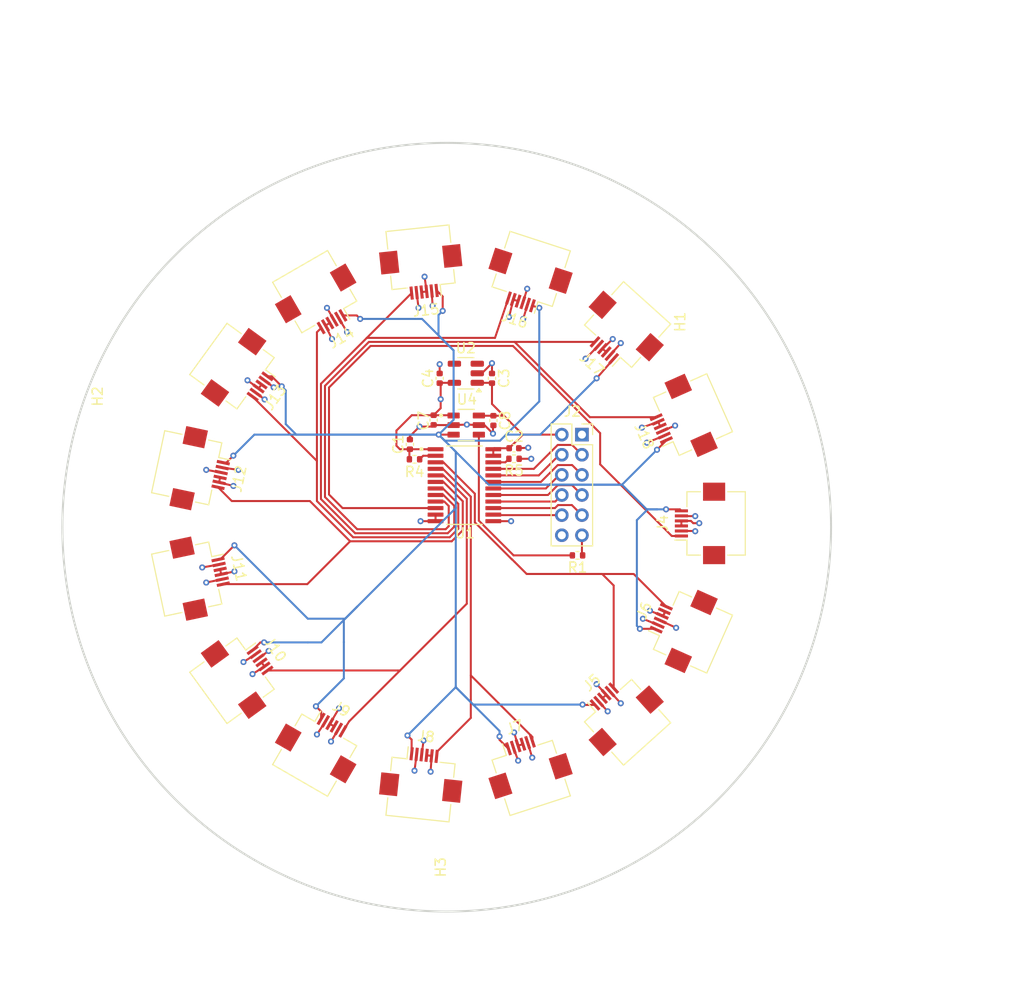
<source format=kicad_pcb>
(kicad_pcb (version 20240108) (generator "pcbnew") (generator_version "8.0")
  (layers (0 "F.Cu" mixed) (1 "In1.Cu" power) (2 "In2.Cu" power) (31 "B.Cu" mixed) (34 "B.Paste" user) (35 "F.Paste" user) (36 "B.SilkS" user "B.Silkscreen") (37 "F.SilkS" user "F.Silkscreen") (38 "B.Mask" user) (39 "F.Mask" user) (44 "Edge.Cuts" user))
  (net 0 "")
  (net 1 "PDM_CLK_1V8")
  (net 2 "VCCA")
  (net 3 "PDM_DATA3_1V8")
  (net 4 "GND")
  (net 5 "PDM_DATA4_1V8")
  (net 6 "PDM_DATA0_1V8")
  (net 7 "PDM_DATA1_1V8")
  (net 8 "PDM_DATA2_1V8")
  (net 9 "PDM_DATA5_1V8")
  (net 10 "PDM_DATA6_1V8")
  (net 11 "PDM_DATA7_1V8")
  (net 12 "PDM_DATA4")
  (net 13 "Net-(J2-Pin_11)")
  (net 14 "PDM_DATA7")
  (net 16 "PDM_DATA3")
  (net 17 "PDM_DATA0")
  (net 18 "PDM_DATA6")
  (net 19 "PDM_DATA5")
  (net 20 "PDM_DATA2")
  (net 21 "VCCB")
  (net 22 "PDM_DATA1")
  (net 23 "PDM_CLK_0IN")
  (net 24 "Net-(U1-DIR)")
  (net 25 "Net-(U1-~{OE})")
  (footprint "Package_TO_SOT_SMD:SOT-23-5" (layer "F.Cu") (at 136.9 64.7 180)
    (property "Reference" "U2")
    (property "Value" "LP5907MFX-1.8")
  )
  (footprint "MountingHole:MountingHole_3.2mm_M3" (layer "F.Cu") (at 162.3 59.6 90)
    (property "Reference" "H1")
    (property "Value" "MountingHole")
  )
  (footprint "Connector_FFC-FPC:Hirose_FH12-6S-0.5SH_1x06-1MP_P0.50mm_Horizontal" (layer "F.Cu") (at 110.722167 74.425423 -102)
    (property "Reference" "J12")
    (property "Value" "Conn_01x06_Socket")
  )
  (footprint "Connector_PinSocket_2.00mm:PinSocket_2x06_P2.00mm_Vertical" (layer "F.Cu") (at 148.44 70.8)
    (property "Reference" "J2")
    (property "Value" "MCH-J3")
  )
  (footprint "Connector_FFC-FPC:Hirose_FH12-6S-0.5SH_1x06-1MP_P0.50mm_Horizontal" (layer "F.Cu") (at 114.950433 94.317847 -54)
    (property "Reference" "J10")
    (property "Value" "Conn_01x06_Socket")
  )
  (footprint "Capacitor_SMD:C_0402_1005Metric" (layer "F.Cu") (at 134.3 65.2 90)
    (property "Reference" "C4")
    (property "Value" "1µF")
  )
  (footprint "MountingHole:MountingHole_3.2mm_M3" (layer "F.Cu") (at 104.3 65.2 90)
    (property "Reference" "H2")
    (property "Value" "MountingHole")
  )
  (footprint "SN74AVCH1T45DBVR:SOT95P280X145-6N" (layer "F.Cu") (at 136.94 69.85)
    (property "Reference" "U4")
    (property "Value" "SN74AVCH1T45DBVR")
  )
  (footprint "SN74LVC8T245PW:SOP65P640X120-24N" (layer "F.Cu") (at 136.76 75.825)
    (property "Reference" "U1")
    (property "Value" "SN74LVC8T245PW")
  )
  (footprint "Connector_FFC-FPC:Hirose_FH12-6S-0.5SH_1x06-1MP_P0.50mm_Horizontal" (layer "F.Cu") (at 122.675857 57.97258 -150)
    (property "Reference" "J14")
    (property "Value" "Conn_01x06_Socket")
  )
  (footprint "Connector_FFC-FPC:Hirose_FH12-6S-0.5SH_1x06-1MP_P0.50mm_Horizontal" (layer "F.Cu") (at 110.722167 84.821008 -78)
    (property "Reference" "J11")
    (property "Value" "Conn_01x06_Socket")
  )
  (footprint "Connector_FFC-FPC:Hirose_FH12-6S-0.5SH_1x06-1MP_P0.50mm_Horizontal" (layer "F.Cu") (at 142.901282 103.399628 18)
    (property "Reference" "J7")
    (property "Value" "Conn_01x06_Socket")
  )
  (footprint "Connector_FFC-FPC:Hirose_FH12-6S-0.5SH_1x06-1MP_P0.50mm_Horizontal" (layer "F.Cu") (at 114.950433 64.928584 -126)
    (property "Reference" "J13")
    (property "Value" "Conn_01x06_Socket")
  )
  (footprint "Connector_FFC-FPC:Hirose_FH12-6S-0.5SH_1x06-1MP_P0.50mm_Horizontal" (layer "F.Cu") (at 160.175857 79.623216 90)
    (property "Reference" "J4")
    (property "Value" "Conn_01x06_Socket")
  )
  (footprint "Connector_FFC-FPC:Hirose_FH12-6S-0.5SH_1x06-1MP_P0.50mm_Horizontal" (layer "F.Cu") (at 122.675858 101.273851 -30)
    (property "Reference" "J9")
    (property "Value" "Conn_01x06_Socket")
  )
  (footprint "Resistor_SMD:R_0402_1005Metric" (layer "F.Cu") (at 131.8 73.25)
    (property "Reference" "R4")
    (property "Value" "2K")
  )
  (footprint "Connector_FFC-FPC:Hirose_FH12-6S-0.5SH_1x06-1MP_P0.50mm_Horizontal" (layer "F.Cu") (at 158.014494 89.791632 66)
    (property "Reference" "J6")
    (property "Value" "Conn_01x06_Socket")
  )
  (footprint "Connector_FFC-FPC:Hirose_FH12-6S-0.5SH_1x06-1MP_P0.50mm_Horizontal" (layer "F.Cu") (at 151.904123 61.044595 138)
    (property "Reference" "J17")
    (property "Value" "Conn_01x06_Socket")
  )
  (footprint "Capacitor_SMD:C_0402_1005Metric" (layer "F.Cu") (at 131.34 71.77 90)
    (property "Reference" "C1")
    (property "Value" "1µF")
  )
  (footprint "Connector_FFC-FPC:Hirose_FH12-6S-0.5SH_1x06-1MP_P0.50mm_Horizontal" (layer "F.Cu") (at 142.901282 55.846803 162)
    (property "Reference" "J16")
    (property "Value" "Conn_01x06_Socket")
  )
  (footprint "Resistor_SMD:R_0402_1005Metric" (layer "F.Cu") (at 141.69 73.2 180)
    (property "Reference" "R5")
    (property "Value" "2K")
  )
  (footprint "Connector_FFC-FPC:Hirose_FH12-6S-0.5SH_1x06-1MP_P0.50mm_Horizontal" (layer "F.Cu") (at 132.562646 104.486263 -6)
    (property "Reference" "J8")
    (property "Value" "Conn_01x06_Socket")
  )
  (footprint "Capacitor_SMD:C_0402_1005Metric" (layer "F.Cu") (at 133.7 69.35 -90)
    (property "Reference" "C7")
    (property "Value" "1µF")
  )
  (footprint "Connector_FFC-FPC:Hirose_FH12-6S-0.5SH_1x06-1MP_P0.50mm_Horizontal" (layer "F.Cu") (at 158.014494 69.454799 114)
    (property "Reference" "J18")
    (property "Value" "Conn_01x06_Socket")
  )
  (footprint "Connector_FFC-FPC:Hirose_FH12-6S-0.5SH_1x06-1MP_P0.50mm_Horizontal" (layer "F.Cu") (at 151.904123 98.201836 42)
    (property "Reference" "J5")
    (property "Value" "Conn_01x06_Socket")
  )
  (footprint "Connector_FFC-FPC:Hirose_FH12-6S-0.5SH_1x06-1MP_P0.50mm_Horizontal" (layer "F.Cu") (at 132.562646 54.760168 -174)
    (property "Reference" "J15")
    (property "Value" "Conn_01x06_Socket")
  )
  (footprint "Capacitor_SMD:C_0402_1005Metric" (layer "F.Cu") (at 141.69 72.15)
    (property "Reference" "C2")
    (property "Value" "1µF")
  )
  (footprint "MountingHole:MountingHole_3.2mm_M3" (layer "F.Cu") (at 138.6 113.8 90)
    (property "Reference" "H3")
    (property "Value" "MountingHole")
  )
  (footprint "Capacitor_SMD:C_0402_1005Metric" (layer "F.Cu") (at 139.64 69.4 -90)
    (property "Reference" "C8")
    (property "Value" "1µF")
  )
  (footprint "Capacitor_SMD:C_0402_1005Metric" (layer "F.Cu") (at 139.5 65.2 90)
    (property "Reference" "C3")
    (property "Value" "1µF")
  )
  (footprint "Resistor_SMD:R_0402_1005Metric" (layer "F.Cu") (at 148 82.8)
    (property "Reference" "R1")
    (property "Value" "33")
  )
  (gr_circle (center 135 80) (end 173.2 80.1) (stroke (width 0.2)) (fill none) (layer "Edge.Cuts"))
  (segment (start 116.481556 91.45) (end 116.85 91.45) (width 0.2) (layer "F.Cu") (net 1))
  (segment (start 135.685 70.8) (end 134.2 70.8) (width 0.2) (layer "F.Cu") (net 1))
  (segment (start 112.486313 83.213687) (end 112.27185 83.213687) (width 0.2) (layer "F.Cu") (net 1))
  (segment (start 126.4 59.297503) (end 126.052224 58.949727) (width 0.2) (layer "F.Cu") (net 1))
  (segment (start 143.518421 57.992529) (end 144.2 58.2) (width 0.2) (layer "F.Cu") (net 1))
  (segment (start 151.595162 63.255826) (end 149.9 65.2) (width 0.2) (layer "F.Cu") (net 1))
  (segment (start 158.175855 78.223214) (end 158.325857 78.373216) (width 0.2) (layer "F.Cu") (net 1))
  (segment (start 113.9 81.8) (end 112.486313 83.213687) (width 0.2) (layer "F.Cu") (net 1))
  (segment (start 154.2 90.1) (end 155.734913 90.1) (width 0.2) (layer "F.Cu") (net 1))
  (segment (start 134.6 57.070197) (end 133.999176 56.469373) (width 0.2) (layer "F.Cu") (net 1))
  (segment (start 140.25 101.135665) (end 140.25 100.8) (width 0.2) (layer "F.Cu") (net 1))
  (segment (start 148.5 97.630133) (end 148.533298 97.663431) (width 0.2) (layer "F.Cu") (net 1))
  (segment (start 141.14078 102.026445) (end 140.25 101.135665) (width 0.2) (layer "F.Cu") (net 1))
  (segment (start 113.094967 73.587375) (end 112.79163 73.587375) (width 0.2) (layer "F.Cu") (net 1))
  (segment (start 113.791171 72.891171) (end 113.094967 73.587375) (width 0.2) (layer "F.Cu") (net 1))
  (segment (start 156.832856 71.368652) (end 156.832856 71.349194) (width 0.2) (layer "F.Cu") (net 1))
  (segment (start 117.604715 65.004715) (end 117.181846 65.004715) (width 0.2) (layer "F.Cu") (net 1))
  (segment (start 156.8 78.223214) (end 158.175855 78.223214) (width 0.2) (layer "F.Cu") (net 1))
  (segment (start 118.6 66) (end 117.604715 65.004715) (width 0.2) (layer "F.Cu") (net 1))
  (segment (start 155.734913 90.1) (end 155.816014 90.181101) (width 0.2) (layer "F.Cu") (net 1))
  (segment (start 131.512871 101.112871) (end 131.512871 102.515737) (width 0.2) (layer "F.Cu") (net 1))
  (segment (start 115.712383 92.219173) (end 116.481556 91.45) (width 0.2) (layer "F.Cu") (net 1))
  (segment (start 148.533298 97.663431) (end 149.7373 97.663431) (width 0.2) (layer "F.Cu") (net 1))
  (segment (start 131.1 100.7) (end 131.512871 101.112871) (width 0.2) (layer "F.Cu") (net 1))
  (segment (start 126.052224 58.949727) (end 124.683389 58.949727) (width 0.2) (layer "F.Cu") (net 1))
  (segment (start 134.6 58.5) (end 134.6 57.070197) (width 0.2) (layer "F.Cu") (net 1))
  (segment (start 155.900754 72.300754) (end 156.832856 71.368652) (width 0.2) (layer "F.Cu") (net 1))
  (segment (start 122.518326 98.318326) (end 122.518326 99.046704) (width 0.2) (layer "F.Cu") (net 1))
  (segment (start 122 97.8) (end 122.518326 98.318326) (width 0.2) (layer "F.Cu") (net 1))
  (via (at 126.4 59.297503) (size 0.6) (drill 0.3) (layers "F.Cu" "B.Cu") (net 1))
  (via (at 148.5 97.630133) (size 0.6) (drill 0.3) (layers "F.Cu" "B.Cu") (net 1))
  (via (at 116.85 91.45) (size 0.6) (drill 0.3) (layers "F.Cu" "B.Cu") (net 1))
  (via (at 134.6 58.5) (size 0.6) (drill 0.3) (layers "F.Cu" "B.Cu") (net 1))
  (via (at 144.2 58.2) (size 0.6) (drill 0.3) (layers "F.Cu" "B.Cu") (net 1))
  (via (at 156.8 78.223214) (size 0.6) (drill 0.3) (layers "F.Cu" "B.Cu") (net 1))
  (via (at 122 97.8) (size 0.6) (drill 0.3) (layers "F.Cu" "B.Cu") (net 1))
  (via (at 113.791171 72.891171) (size 0.6) (drill 0.3) (layers "F.Cu" "B.Cu") (net 1))
  (via (at 113.9 81.8) (size 0.6) (drill 0.3) (layers "F.Cu" "B.Cu") (net 1))
  (via (at 134.2 70.8) (size 0.6) (drill 0.3) (layers "F.Cu" "B.Cu") (net 1))
  (via (at 118.6 66) (size 0.6) (drill 0.3) (layers "F.Cu" "B.Cu") (net 1))
  (via (at 131.1 100.7) (size 0.6) (drill 0.3) (layers "F.Cu" "B.Cu") (net 1))
  (via (at 140.25 100.8) (size 0.6) (drill 0.3) (layers "F.Cu" "B.Cu") (net 1))
  (via (at 149.9 65.2) (size 0.6) (drill 0.3) (layers "F.Cu" "B.Cu") (net 1))
  (via (at 155.900754 72.300754) (size 0.6) (drill 0.3) (layers "F.Cu" "B.Cu") (net 1))
  (via (at 154.2 90.1) (size 0.6) (drill 0.3) (layers "F.Cu" "B.Cu") (net 1))
  (segment (start 135.685 69.315) (end 135.685 66.134612) (width 0.2) (layer "B.Cu") (net 1))
  (segment (start 136 96) (end 140.25 100.25) (width 0.2) (layer "B.Cu") (net 1))
  (segment (start 156.8 78.223214) (end 155.923214 78.223214) (width 0.2) (layer "B.Cu") (net 1))
  (segment (start 144.3 70.8) (end 149.9 65.2) (width 0.2) (layer "B.Cu") (net 1))
  (segment (start 155.923214 78.223214) (end 154.873214 78.223214) (width 0.2) (layer "B.Cu") (net 1))
  (segment (start 154.2 90.1) (end 153.9 89.8) (width 0.2) (layer "B.Cu") (net 1))
  (segment (start 132.547503 59.297503) (end 135.685 62.435) (width 0.2) (layer "B.Cu") (net 1))
  (segment (start 153.9 79.296428) (end 154.973214 78.223214) (width 0.2) (layer "B.Cu") (net 1))
  (segment (start 135.9 95.9) (end 135.9 95.8) (width 0.2) (layer "B.Cu") (net 1))
  (segment (start 119 69.75) (end 119 66.4) (width 0.2) (layer "B.Cu") (net 1))
  (segment (start 124.775 91.425) (end 124.775 89.225) (width 0.2) (layer "B.Cu") (net 1))
  (segment (start 134.6 58.5) (end 134.183827 58.916173) (width 0.2) (layer "B.Cu") (net 1))
  (segment (start 144.2 67.5) (end 140.9 70.8) (width 0.2) (layer "B.Cu") (net 1))
  (segment (start 134.2 70.8) (end 135.685 69.315) (width 0.2) (layer "B.Cu") (net 1))
  (segment (start 152.425 75.775) (end 140.66 75.775) (width 0.2) (layer "B.Cu") (net 1))
  (segment (start 134.8 71.4) (end 140.3 71.4) (width 0.2) (layer "B.Cu") (net 1))
  (segment (start 115.882342 70.8) (end 113.791171 72.891171) (width 0.2) (layer "B.Cu") (net 1))
  (segment (start 121.193268 91.45) (end 116.85 91.45) (width 0.2) (layer "B.Cu") (net 1))
  (segment (start 152.426508 75.775) (end 140.66 75.775) (width 0.2) (layer "B.Cu") (net 1))
  (segment (start 120.05 70.8) (end 119 69.75) (width 0.2) (layer "B.Cu") (net 1))
  (segment (start 135.685 66.134612) (end 135.685 66.15) (width 0.2) (layer "B.Cu") (net 1))
  (segment (start 139.175 75.775) (end 135.685 72.285) (width 0.2) (layer "B.Cu") (net 1))
  (segment (start 126.4 59.297503) (end 132.547503 59.297503) (width 0.2) (layer "B.Cu") (net 1))
  (segment (start 135.9 95.9) (end 136 96) (width 0.2) (layer "B.Cu") (net 1))
  (segment (start 154.973214 78.223214) (end 155.923214 78.223214) (width 0.2) (layer "B.Cu") (net 1))
  (segment (start 134.183827 60.933827) (end 135.685 62.435) (width 0.2) (layer "B.Cu") (net 1))
  (segment (start 134.2 70.8) (end 134.8 71.4) (width 0.2) (layer "B.Cu") (net 1))
  (segment (start 135.9 72.5) (end 134.2 70.8) (width 0.2) (layer "B.Cu") (net 1))
  (segment (start 135.9 78) (end 135.9 72.5) (width 0.2) (layer "B.Cu") (net 1))
  (segment (start 124.775 95.025) (end 124.775 91.425) (width 0.2) (layer "B.Cu") (net 1))
  (segment (start 155.900754 72.300754) (end 152.426508 75.775) (width 0.2) (layer "B.Cu") (net 1))
  (segment (start 144.2 58.2) (end 144.2 67.5) (width 0.2) (layer "B.Cu") (net 1))
  (segment (start 140.9 70.8) (end 144.3 70.8) (width 0.2) (layer "B.Cu") (net 1))
  (segment (start 135.9 78.1) (end 135.9 78) (width 0.2) (layer "B.Cu") (net 1))
  (segment (start 135.9 78.1) (end 135.9 95.8) (width 0.2) (layer "B.Cu") (net 1))
  (segment (start 140.25 100.25) (end 140.25 100.8) (width 0.2) (layer "B.Cu") (net 1))
  (segment (start 126.1 87.9) (end 135.9 78.1) (width 0.2) (layer "B.Cu") (net 1))
  (segment (start 134.183827 58.916173) (end 134.183827 60.933827) (width 0.2) (layer "B.Cu") (net 1))
  (segment (start 121.193268 89.093268) (end 124.906732 89.093268) (width 0.2) (layer "B.Cu") (net 1))
  (segment (start 122 97.8) (end 124.775 95.025) (width 0.2) (layer "B.Cu") (net 1))
  (segment (start 131.1 100.7) (end 135.9 95.9) (width 0.2) (layer "B.Cu") (net 1))
  (segment (start 122.55 91.45) (end 124.775 89.225) (width 0.2) (layer "B.Cu") (net 1))
  (segment (start 135.685 69.315) (end 135.685 62.435) (width 0.2) (layer "B.Cu") (net 1))
  (segment (start 154.873214 78.223214) (end 152.425 75.775) (width 0.2) (layer "B.Cu") (net 1))
  (segment (start 134.2 70.8) (end 115.882342 70.8) (width 0.2) (layer "B.Cu") (net 1))
  (segment (start 134.2 70.8) (end 120.05 70.8) (width 0.2) (layer "B.Cu") (net 1))
  (segment (start 124.775 89.225) (end 126.1 87.9) (width 0.2) (layer "B.Cu") (net 1))
  (segment (start 140.3 71.4) (end 140.9 70.8) (width 0.2) (layer "B.Cu") (net 1))
  (segment (start 124.906732 89.093268) (end 126.1 87.9) (width 0.2) (layer "B.Cu") (net 1))
  (segment (start 153.9 89.8) (end 153.9 79.296428) (width 0.2) (layer "B.Cu") (net 1))
  (segment (start 119 66.4) (end 118.6 66) (width 0.2) (layer "B.Cu") (net 1))
  (segment (start 113.9 81.8) (end 121.193268 89.093268) (width 0.2) (layer "B.Cu") (net 1))
  (segment (start 137.630133 97.630133) (end 136 96) (width 0.2) (layer "B.Cu") (net 1))
  (segment (start 140.66 75.775) (end 139.175 75.775) (width 0.2) (layer "B.Cu") (net 1))
  (segment (start 121.193268 91.45) (end 122.55 91.45) (width 0.2) (layer "B.Cu") (net 1))
  (segment (start 148.5 97.630133) (end 137.630133 97.630133) (width 0.2) (layer "B.Cu") (net 1))
  (segment (start 142.567365 101.562919) (end 142.091835 101.717428) (width 0.2) (layer "F.Cu") (net 2))
  (segment (start 130 70.4) (end 130 71.9) (width 0.2) (layer "F.Cu") (net 2))
  (segment (start 123.384352 99.546704) (end 123.817364 99.796704) (width 0.2) (layer "F.Cu") (net 2))
  (segment (start 133.7 68.87) (end 134.4 68.17) (width 0.2) (layer "F.Cu") (net 2))
  (segment (start 123.384352 99.546704) (end 124.3 98) (width 0.2) (layer "F.Cu") (net 2))
  (segment (start 131.29 73.25) (end 131.29 72.3) (width 0.2) (layer "F.Cu") (net 2))
  (segment (start 159.273216 79.373216) (end 159.5 79.6) (width 0.2) (layer "F.Cu") (net 2))
  (segment (start 112.583718 84.680908) (end 113.9 84.4) (width 0.2) (layer "F.Cu") (net 2))
  (segment (start 159.5 79.6) (end 160.1 79.6) (width 0.2) (layer "F.Cu") (net 2))
  (segment (start 132.507393 56.626166) (end 133.004654 56.573901) (width 0.2) (layer "F.Cu") (net 2))
  (segment (start 131.29 72.3) (end 131.34 72.25) (width 0.2) (layer "F.Cu") (net 2))
  (segment (start 123.817363 59.449727) (end 123.1 58.2) (width 0.2) (layer "F.Cu") (net 2))
  (segment (start 135.655 68.87) (end 135.685 68.9) (width 0.2) (layer "F.Cu") (net 2))
  (segment (start 156.426119 70.435648) (end 157.7 69.9) (width 0.2) (layer "F.Cu") (net 2))
  (segment (start 130 71.9) (end 130.35 72.25) (width 0.2) (layer "F.Cu") (net 2))
  (segment (start 158.325857 79.373216) (end 159.273216 79.373216) (width 0.2) (layer "F.Cu") (net 2))
  (segment (start 131.53 68.87) (end 133.7 68.87) (width 0.2) (layer "F.Cu") (net 2))
  (segment (start 133.89 72.25) (end 131.34 72.25) (width 0.2) (layer "F.Cu") (net 2))
  (segment (start 135.7625 65.65) (end 134.33 65.65) (width 0.2) (layer "F.Cu") (net 2))
  (segment (start 134.4 68.17) (end 134.4 67.28) (width 0.2) (layer "F.Cu") (net 2))
  (segment (start 133.7 68.87) (end 135.655 68.87) (width 0.2) (layer "F.Cu") (net 2))
  (segment (start 150.852017 96.659736) (end 150.480445 96.994301) (width 0.2) (layer "F.Cu") (net 2))
  (segment (start 134.4 65.78) (end 134.3 65.68) (width 0.2) (layer "F.Cu") (net 2))
  (segment (start 150.480445 62.25213) (end 151.5 61.3) (width 0.2) (layer "F.Cu") (net 2))
  (segment (start 134.4 67.28) (end 134.4 65.78) (width 0.2) (layer "F.Cu") (net 2))
  (segment (start 142.567365 57.683512) (end 143 56.3) (width 0.2) (layer "F.Cu") (net 2))
  (segment (start 142.091835 101.717428) (end 141.7 100.4) (width 0.2) (layer "F.Cu") (net 2))
  (segment (start 133.004654 56.573901) (end 132.8 55.1) (width 0.2) (layer "F.Cu") (net 2))
  (segment (start 158.325857 79.373216) (end 158.325857 79.873216) (width 0.2) (layer "F.Cu") (net 2))
  (segment (start 130 70.4) (end 131.53 68.87) (width 0.2) (layer "F.Cu") (net 2))
  (segment (start 112.583718 74.565523) (end 111.1 74.3) (width 0.2) (layer "F.Cu") (net 2))
  (segment (start 116.300168 66.218241) (end 115.2 65.4) (width 0.2) (layer "F.Cu") (net 2))
  (segment (start 150.852017 96.659736) (end 149.9 95.6) (width 0.2) (layer "F.Cu") (net 2))
  (segment (start 112.479762 84.191834) (end 112.583718 84.680908) (width 0.2) (layer "F.Cu") (net 2))
  (segment (start 130.35 72.25) (end 131.34 72.25) (width 0.2) (layer "F.Cu") (net 2))
  (segment (start 156.222751 89.267556) (end 157.8 90) (width 0.2) (layer "F.Cu") (net 2))
  (segment (start 132.507393 102.620265) (end 132.7 101.2) (width 0.2) (layer "F.Cu") (net 2))
  (segment (start 116.594061 65.813732) (end 116.300168 66.218241) (width 0.2) (layer "F.Cu") (net 2))
  (segment (start 134.33 65.65) (end 134.3 65.68) (width 0.2) (layer "F.Cu") (net 2))
  (segment (start 150.852018 62.586696) (end 150.480445 62.25213) (width 0.2) (layer "F.Cu") (net 2))
  (segment (start 116.300168 93.02819) (end 117.3 92.3) (width 0.2) (layer "F.Cu") (net 2))
  (via (at 132.8 55.1) (size 0.6) (drill 0.3) (layers "F.Cu" "B.Cu") (net 2))
  (via (at 157.8 90) (size 0.6) (drill 0.3) (layers "F.Cu" "B.Cu") (net 2))
  (via (at 111.1 74.3) (size 0.6) (drill 0.3) (layers "F.Cu" "B.Cu") (net 2))
  (via (at 160.1 79.6) (size 0.6) (drill 0.3) (layers "F.Cu" "B.Cu") (net 2))
  (via (at 134.4 67.28) (size 0.6) (drill 0.3) (layers "F.Cu" "B.Cu") (net 2))
  (via (at 113.9 84.4) (size 0.6) (drill 0.3) (layers "F.Cu" "B.Cu") (net 2))
  (via (at 124.3 98) (size 0.6) (drill 0.3) (layers "F.Cu" "B.Cu") (net 2))
  (via (at 115.2 65.4) (size 0.6) (drill 0.3) (layers "F.Cu" "B.Cu") (net 2))
  (via (at 141.7 100.4) (size 0.6) (drill 0.3) (layers "F.Cu" "B.Cu") (net 2))
  (via (at 149.9 95.6) (size 0.6) (drill 0.3) (layers "F.Cu" "B.Cu") (net 2))
  (via (at 143 56.3) (size 0.6) (drill 0.3) (layers "F.Cu" "B.Cu") (net 2))
  (via (at 157.7 69.9) (size 0.6) (drill 0.3) (layers "F.Cu" "B.Cu") (net 2))
  (via (at 151.5 61.3) (size 0.6) (drill 0.3) (layers "F.Cu" "B.Cu") (net 2))
  (via (at 123.1 58.2) (size 0.6) (drill 0.3) (layers "F.Cu" "B.Cu") (net 2))
  (via (at 117.3 92.3) (size 0.6) (drill 0.3) (layers "F.Cu" "B.Cu") (net 2))
  (via (at 132.7 101.2) (size 0.6) (drill 0.3) (layers "F.Cu" "B.Cu") (net 2))
  (segment (start 134.674999 75.5) (end 136.595 77.420001) (width 0.2) (layer "F.Cu") (net 3))
  (segment (start 135.5 81.4) (end 125.4 81.4) (width 0.2) (layer "F.Cu") (net 3))
  (segment (start 112.79163 85.659056) (end 121.140944 85.659056) (width 0.2) (layer "F.Cu") (net 3))
  (segment (start 133.89 75.5) (end 134.674999 75.5) (width 0.2) (layer "F.Cu") (net 3))
  (segment (start 136.595 77.420001) (end 136.595 80.305) (width 0.2) (layer "F.Cu") (net 3))
  (segment (start 112.27185 76.032744) (end 113.639106 77.4) (width 0.2) (layer "F.Cu") (net 3))
  (segment (start 121.4 77.4) (end 125.4 81.4) (width 0.2) (layer "F.Cu") (net 3))
  (segment (start 121.140944 85.659056) (end 125.4 81.4) (width 0.2) (layer "F.Cu") (net 3))
  (segment (start 113.639106 77.4) (end 121.4 77.4) (width 0.2) (layer "F.Cu") (net 3))
  (segment (start 136.595 80.305) (end 135.5 81.4) (width 0.2) (layer "F.Cu") (net 3))
  (segment (start 124.250376 59.199727) (end 125.1 60.6) (width 0.2) (layer "F.Cu") (net 4))
  (segment (start 156.019382 69.522103) (end 156.222751 69.978875) (width 0.2) (layer "F.Cu") (net 4))
  (segment (start 158.325857 80.373216) (end 159.673216 80.373216) (width 0.2) (layer "F.Cu") (net 4))
  (segment (start 133.004654 102.67253) (end 133.501915 102.724794) (width 0.2) (layer "F.Cu") (net 4))
  (segment (start 139.6 69.92) (end 139.64 69.88) (width 0.2) (layer "F.Cu") (net 4))
  (segment (start 138.195 69.85) (end 138.75 69.85) (width 0.2) (layer "F.Cu") (net 4))
  (segment (start 155.995055 89.7) (end 155.9 89.7) (width 0.2) (layer "F.Cu") (net 4))
  (segment (start 150.108872 97.328866) (end 151 98.3) (width 0.2) (layer "F.Cu") (net 4))
  (segment (start 116.887953 93.837207) (end 115.7 94.6) (width 0.2) (layer "F.Cu") (net 4))
  (segment (start 141.616308 101.871936) (end 142.1 103.2) (width 0.2) (layer "F.Cu") (net 4))
  (segment (start 159.673216 80.373216) (end 159.7 80.4) (width 0.2) (layer "F.Cu") (net 4))
  (segment (start 156.019382 69.522103) (end 154.4 70.1) (width 0.2) (layer "F.Cu") (net 4))
  (segment (start 139.6 70.7) (end 139.6 69.92) (width 0.2) (layer "F.Cu") (net 4))
  (segment (start 112.687674 85.169982) (end 111.1 85.5) (width 0.2) (layer "F.Cu") (net 4))
  (segment (start 132.3 70) (end 133.53 70) (width 0.2) (layer "F.Cu") (net 4))
  (segment (start 142.2 73.2) (end 143.4 73.2) (width 0.2) (layer "F.Cu") (net 4))
  (segment (start 133.501915 102.724794) (end 133.4 104.3) (width 0.2) (layer "F.Cu") (net 4))
  (segment (start 138.5 64.7) (end 139.5 63.7) (width 0.2) (layer "F.Cu") (net 4))
  (segment (start 138.75 69.85) (end 139.6 70.7) (width 0.2) (layer "F.Cu") (net 4))
  (segment (start 155.995055 89.7) (end 156.019383 89.724328) (width 0.2) (layer "F.Cu") (net 4))
  (segment (start 138.0575 64.72) (end 138.0375 64.7) (width 0.2) (layer "F.Cu") (net 4))
  (segment (start 133.89 79.4) (end 132.4 79.4) (width 0.2) (layer "F.Cu") (net 4))
  (segment (start 116.006276 92.623682) (end 114.8 93.4) (width 0.2) (layer "F.Cu") (net 4))
  (segment (start 124.250377 100.046704) (end 123.5 101.3) (width 0.2) (layer "F.Cu") (net 4))
  (segment (start 122.951339 99.296704) (end 122.1 100.6) (width 0.2) (layer "F.Cu") (net 4))
  (segment (start 131.34 71.29) (end 131.34 70.96) (width 0.2) (layer "F.Cu") (net 4))
  (segment (start 112.375806 83.702761) (end 110.7 84) (width 0.2) (layer "F.Cu") (net 4))
  (segment (start 135.685 69.85) (end 137 69.8) (width 0.2) (layer "F.Cu") (net 4))
  (segment (start 131.34 70.96) (end 132.3 70) (width 0.2) (layer "F.Cu") (net 4))
  (segment (start 143.042893 101.408411) (end 143.5 102.9) (width 0.2) (layer "F.Cu") (net 4))
  (segment (start 141.616308 57.374495) (end 141.2 59.1) (width 0.2) (layer "F.Cu") (net 4))
  (segment (start 116.887953 65.409224) (end 117.8 66.1) (width 0.2) (layer "F.Cu") (net 4))
  (segment (start 132.010132 56.67843) (end 132.2 58.2) (width 0.2) (layer "F.Cu") (net 4))
  (segment (start 143.042893 57.83802) (end 142.6 59.3) (width 0.2) (layer "F.Cu") (net 4))
  (segment (start 123.384351 59.699727) (end 122.951338 59.949727) (width 0.2) (layer "F.Cu") (net 4))
  (segment (start 156.629487 88.35401) (end 156.629487 88.607414) (width 0.2) (layer "F.Cu") (net 4))
  (segment (start 112.375806 75.54367) (end 113.8 75.9) (width 0.2) (layer "F.Cu") (net 4))
  (segment (start 112.375806 75.54367) (end 112.479762 75.054597) (width 0.2) (layer "F.Cu") (net 4))
  (segment (start 133.72 69.85) (end 135.685 69.85) (width 0.2) (layer "F.Cu") (net 4))
  (segment (start 138.0375 64.7) (end 138.5 64.7) (width 0.2) (layer "F.Cu") (net 4))
  (segment (start 133.501915 56.521637) (end 133.6 58) (width 0.2) (layer "F.Cu") (net 4))
  (segment (start 156.426119 88.810782) (end 155.2 88.3) (width 0.2) (layer "F.Cu") (net 4))
  (segment (start 142.17 72.15) (end 143.1 72.1) (width 0.2) (layer "F.Cu") (net 4))
  (segment (start 139.63 79.4) (end 139.635001 79.4) (width 0.2) (layer "F.Cu") (net 4))
  (segment (start 138.195 69.85) (end 137 69.8) (width 0.2) (layer "F.Cu") (net 4))
  (segment (start 116.594061 93.432699) (end 116.887953 93.837207) (width 0.2) (layer "F.Cu") (net 4))
  (segment (start 112.687674 74.076449) (end 114.3 74.3) (width 0.2) (layer "F.Cu") (net 4))
  (segment (start 134.3 64.72) (end 134.3 63.8) (width 0.2) (layer "F.Cu") (net 4))
  (segment (start 139.635001 79.4) (end 139.69 79.454999) (width 0.2) (layer "F.Cu") (net 4))
  (segment (start 122.951338 59.949727) (end 123.6 61.3) (width 0.2) (layer "F.Cu") (net 4))
  (segment (start 142.091835 57.529003) (end 141.616308 57.374495) (width 0.2) (layer "F.Cu") (net 4))
  (segment (start 141.4 79.4) (end 139.63 79.4) (width 0.2) (layer "F.Cu") (net 4))
  (segment (start 133.53 70) (end 133.7 69.83) (width 0.2) (layer "F.Cu") (net 4))
  (segment (start 159.7 78.9) (end 158.352641 78.9) (width 0.2) (layer "F.Cu") (net 4))
  (segment (start 132.010132 102.568001) (end 131.8 104.2) (width 0.2) (layer "F.Cu") (net 4))
  (segment (start 139.5 64.72) (end 139.5 63.7) (width 0.2) (layer "F.Cu") (net 4))
  (segment (start 150.108873 61.917565) (end 148.8 63.25) (width 0.2) (layer "F.Cu") (net 4))
  (segment (start 133.89 79.4) (end 133.89 78.75) (width 0.2) (layer "F.Cu") (net 4))
  (segment (start 133.7 69.83) (end 133.72 69.85) (width 0.2) (layer "F.Cu") (net 4))
  (segment (start 116.006276 66.622749) (end 116.9 67.3) (width 0.2) (layer "F.Cu") (net 4))
  (segment (start 156.629487 70.892421) (end 154.9 71.6) (width 0.2) (layer "F.Cu") (net 4))
  (segment (start 151.22359 96.32517) (end 152.3 97.5) (width 0.2) (layer "F.Cu") (net 4))
  (segment (start 151.22359 62.921261) (end 152.3 61.7) (width 0.2) (layer "F.Cu") (net 4))
  (segment (start 158.352641 78.9) (end 158.325857 78.873216) (width 0.2) (layer "F.Cu") (net 4))
  (segment (start 156.019383 89.724328) (end 154.5 89.1) (width 0.2) (layer "F.Cu") (net 4))
  (segment (start 156.629487 88.607414) (end 156.426119 88.810782) (width 0.2) (layer "F.Cu") (net 4))
  (via (at 143.1 72.1) (size 0.6) (drill 0.3) (layers "F.Cu" "B.Cu") (net 4))
  (via (at 141.4 79.4) (size 0.6) (drill 0.3) (layers "F.Cu" "B.Cu") (net 4))
  (via (at 115.7 94.6) (size 0.6) (drill 0.3) (layers "F.Cu" "B.Cu") (net 4))
  (via (at 134.3 63.8) (size 0.6) (drill 0.3) (layers "F.Cu" "B.Cu") (net 4))
  (via (at 114.3 74.3) (size 0.6) (drill 0.3) (layers "F.Cu" "B.Cu") (net 4))
  (via (at 133.6 58) (size 0.6) (drill 0.3) (layers "F.Cu" "B.Cu") (net 4))
  (via (at 154.5 89.1) (size 0.6) (drill 0.3) (layers "F.Cu" "B.Cu") (net 4))
  (via (at 113.8 75.9) (size 0.6) (drill 0.3) (layers "F.Cu" "B.Cu") (net 4))
  (via (at 137 69.8) (size 0.6) (drill 0.3) (layers "F.Cu" "B.Cu") (net 4))
  (via (at 151 98.3) (size 0.6) (drill 0.3) (layers "F.Cu" "B.Cu") (net 4))
  (via (at 110.7 84) (size 0.6) (drill 0.3) (layers "F.Cu" "B.Cu") (net 4))
  (via (at 152.3 97.5) (size 0.6) (drill 0.3) (layers "F.Cu" "B.Cu") (net 4))
  (via (at 148.8 63.25) (size 0.6) (drill 0.3) (layers "F.Cu" "B.Cu") (net 4))
  (via (at 159.7 78.9) (size 0.6) (drill 0.3) (layers "F.Cu" "B.Cu") (net 4))
  (via (at 123.6 61.3) (size 0.6) (drill 0.3) (layers "F.Cu" "B.Cu") (net 4))
  (via (at 141.2 59.1) (size 0.6) (drill 0.3) (layers "F.Cu" "B.Cu") (net 4))
  (via (at 125.1 60.6) (size 0.6) (drill 0.3) (layers "F.Cu" "B.Cu") (net 4))
  (via (at 132.2 58.2) (size 0.6) (drill 0.3) (layers "F.Cu" "B.Cu") (net 4))
  (via (at 111.1 85.5) (size 0.6) (drill 0.3) (layers "F.Cu" "B.Cu") (net 4))
  (via (at 123.5 101.3) (size 0.6) (drill 0.3) (layers "F.Cu" "B.Cu") (net 4))
  (via (at 154.9 71.6) (size 0.6) (drill 0.3) (layers "F.Cu" "B.Cu") (net 4))
  (via (at 139.6 70.7) (size 0.6) (drill 0.3) (layers "F.Cu" "B.Cu") (net 4))
  (via (at 122.1 100.6) (size 0.6) (drill 0.3) (layers "F.Cu" "B.Cu") (net 4))
  (via (at 133.4 104.3) (size 0.6) (drill 0.3) (layers "F.Cu" "B.Cu") (net 4))
  (via (at 142.1 103.2) (size 0.6) (drill 0.3) (layers "F.Cu" "B.Cu") (net 4))
  (via (at 155.2 88.3) (size 0.6) (drill 0.3) (layers "F.Cu" "B.Cu") (net 4))
  (via (at 139.5 63.7) (size 0.6) (drill 0.3) (layers "F.Cu" "B.Cu") (net 4))
  (via (at 143.5 102.9) (size 0.6) (drill 0.3) (layers "F.Cu" "B.Cu") (net 4))
  (via (at 152.3 61.7) (size 0.6) (drill 0.3) (layers "F.Cu" "B.Cu") (net 4))
  (via (at 117.8 66.1) (size 0.6) (drill 0.3) (layers "F.Cu" "B.Cu") (net 4))
  (via (at 132.3 70) (size 0.6) (drill 0.3) (layers "F.Cu" "B.Cu") (net 4))
  (via (at 132.4 79.4) (size 0.6) (drill 0.3) (layers "F.Cu" "B.Cu") (net 4))
  (via (at 142.6 59.3) (size 0.6) (drill 0.3) (layers "F.Cu" "B.Cu") (net 4))
  (via (at 154.4 70.1) (size 0.6) (drill 0.3) (layers "F.Cu" "B.Cu") (net 4))
  (via (at 116.9 67.3) (size 0.6) (drill 0.3) (layers "F.Cu" "B.Cu") (net 4))
  (via (at 143.4 73.2) (size 0.6) (drill 0.3) (layers "F.Cu" "B.Cu") (net 4))
  (via (at 131.8 104.2) (size 0.6) (drill 0.3) (layers "F.Cu" "B.Cu") (net 4))
  (via (at 114.8 93.4) (size 0.6) (drill 0.3) (layers "F.Cu" "B.Cu") (net 4))
  (via (at 159.7 80.4) (size 0.6) (drill 0.3) (layers "F.Cu" "B.Cu") (net 4))
  (segment (start 125.7 81) (end 122.1 77.4) (width 0.2) (layer "F.Cu") (net 5))
  (segment (start 133.89 76.15) (end 134.625664 76.15) (width 0.2) (layer "F.Cu") (net 5))
  (segment (start 135.3 81) (end 125.7 81) (width 0.2) (layer "F.Cu") (net 5))
  (segment (start 122.1 73.414875) (end 115.712383 67.027258) (width 0.2) (layer "F.Cu") (net 5))
  (segment (start 136.15 77.674336) (end 136.15 80.15) (width 0.2) (layer "F.Cu") (net 5))
  (segment (start 134.625664 76.15) (end 136.15 77.674336) (width 0.2) (layer "F.Cu") (net 5))
  (segment (start 136.15 80.15) (end 135.3 81) (width 0.2) (layer "F.Cu") (net 5))
  (segment (start 122.1 77.4) (end 122.1 73.414875) (width 0.2) (layer "F.Cu") (net 5))
  (segment (start 122.1 60.618052) (end 122.518325 60.199727) (width 0.2) (layer "F.Cu") (net 5))
  (segment (start 122.1 73.414875) (end 122.1 60.618052) (width 0.2) (layer "F.Cu") (net 5))
  (segment (start 137.795 76.670001) (end 137.795 79.51635) (width 0.2) (layer "F.Cu") (net 6))
  (segment (start 142.95 84.65) (end 150.45 84.65) (width 0.2) (layer "F.Cu") (net 6))
  (segment (start 150.45 84.65) (end 151.595163 85.795163) (width 0.2) (layer "F.Cu") (net 6))
  (segment (start 153.585617 84.65) (end 142.95 84.65) (width 0.2) (layer "F.Cu") (net 6))
  (segment (start 156.832855 87.897238) (end 153.585617 84.65) (width 0.2) (layer "F.Cu") (net 6))
  (segment (start 134.674999 73.55) (end 137.795 76.670001) (width 0.2) (layer "F.Cu") (net 6))
  (segment (start 141.75 83.45) (end 142.95 84.65) (width 0.2) (layer "F.Cu") (net 6))
  (segment (start 141.47865 83.2) (end 141.5 83.2) (width 0.2) (layer "F.Cu") (net 6))
  (segment (start 137.795 79.51635) (end 141.47865 83.2) (width 0.2) (layer "F.Cu") (net 6))
  (segment (start 141.5 83.2) (end 141.75 83.45) (width 0.2) (layer "F.Cu") (net 6))
  (segment (start 151.595163 85.795163) (end 151.595163 95.990605) (width 0.2) (layer "F.Cu") (net 6))
  (segment (start 133.89 73.55) (end 134.674999 73.55) (width 0.2) (layer "F.Cu") (net 6))
  (segment (start 137.395 76.969336) (end 134.625664 74.2) (width 0.2) (layer "F.Cu") (net 7))
  (segment (start 134.625664 74.2) (end 133.89 74.2) (width 0.2) (layer "F.Cu") (net 7))
  (segment (start 143.518421 100.853338) (end 143.518421 101.253902) (width 0.2) (layer "F.Cu") (net 7))
  (segment (start 133.999176 102.350824) (end 137.395 98.955) (width 0.2) (layer "F.Cu") (net 7))
  (segment (start 142.046317 99.381234) (end 137.395 94.729917) (width 0.2) (layer "F.Cu") (net 7))
  (segment (start 142.046317 99.381234) (end 143.518421 100.853338) (width 0.2) (layer "F.Cu") (net 7))
  (segment (start 133.999176 102.777058) (end 133.999176 102.350824) (width 0.2) (layer "F.Cu") (net 7))
  (segment (start 137.395 98.955) (end 137.395 76.969336) (width 0.2) (layer "F.Cu") (net 7))
  (segment (start 117.183515 94.240047) (end 117.181846 94.241716) (width 0.2) (layer "F.Cu") (net 8))
  (segment (start 136.995 77.170001) (end 136.995 87.605) (width 0.2) (layer "F.Cu") (net 8))
  (segment (start 136.995 87.605) (end 130.359953 94.240047) (width 0.2) (layer "F.Cu") (net 8))
  (segment (start 124.68339 100.296704) (end 125.3 99.3) (width 0.2) (layer "F.Cu") (net 8))
  (segment (start 133.89 74.85) (end 134.674999 74.85) (width 0.2) (layer "F.Cu") (net 8))
  (segment (start 134.674999 74.85) (end 136.995 77.170001) (width 0.2) (layer "F.Cu") (net 8))
  (segment (start 130.359953 94.240047) (end 117.183515 94.240047) (width 0.2) (layer "F.Cu") (net 8))
  (segment (start 130.359953 94.240047) (end 125.3 99.3) (width 0.2) (layer "F.Cu") (net 8))
  (segment (start 125.9 80.6) (end 122.5 77.2) (width 0.2) (layer "F.Cu") (net 9))
  (segment (start 122.5 77.2) (end 122.5 65.743565) (width 0.2) (layer "F.Cu") (net 9))
  (segment (start 135.75 77.875001) (end 135.75 79.95) (width 0.2) (layer "F.Cu") (net 9))
  (segment (start 122.5 65.743565) (end 127.046782 61.196782) (width 0.2) (layer "F.Cu") (net 9))
  (segment (start 133.89 76.8) (end 134.674999 76.8) (width 0.2) (layer "F.Cu") (net 9))
  (segment (start 134.674999 76.8) (end 135.75 77.875001) (width 0.2) (layer "F.Cu") (net 9))
  (segment (start 127.046782 61.196782) (end 131.512871 56.730694) (width 0.2) (layer "F.Cu") (net 9))
  (segment (start 139.8 61.183) (end 127.060564 61.183) (width 0.2) (layer "F.Cu") (net 9))
  (segment (start 135.75 79.95) (end 135.1 80.6) (width 0.2) (layer "F.Cu") (net 9))
  (segment (start 127.060564 61.183) (end 127.046782 61.196782) (width 0.2) (layer "F.Cu") (net 9))
  (segment (start 135.1 80.6) (end 125.9 80.6) (width 0.2) (layer "F.Cu") (net 9))
  (segment (start 141.14078 57.219986) (end 139.8 61.183) (width 0.2) (layer "F.Cu") (net 9))
  (segment (start 122.9 77) (end 122.9 65.95) (width 0.2) (layer "F.Cu") (net 10))
  (segment (start 126.1 80.2) (end 122.9 77) (width 0.2) (layer "F.Cu") (net 10))
  (segment (start 122.9 65.95) (end 127.267 61.583) (width 0.2) (layer "F.Cu") (net 10))
  (segment (start 135.2 77.890687) (end 135.2 79.9) (width 0.2) (layer "F.Cu") (net 10))
  (segment (start 127.267 61.583) (end 141.75 61.583) (width 0.2) (layer "F.Cu") (net 10))
  (segment (start 155.816014 69.06533) (end 149.23233 69.06533) (width 0.2) (layer "F.Cu") (net 10))
  (segment (start 134.759313 77.45) (end 135.2 77.890687) (width 0.2) (layer "F.Cu") (net 10))
  (segment (start 141.75 61.583) (end 149.7373 61.583) (width 0.2) (layer "F.Cu") (net 10))
  (segment (start 134.9 80.2) (end 126.1 80.2) (width 0.2) (layer "F.Cu") (net 10))
  (segment (start 133.89 77.45) (end 134.759313 77.45) (width 0.2) (layer "F.Cu") (net 10))
  (segment (start 135.2 79.9) (end 134.9 80.2) (width 0.2) (layer "F.Cu") (net 10))
  (segment (start 149.23233 69.06533) (end 141.75 61.583) (width 0.2) (layer "F.Cu") (net 10))
  (segment (start 150.25 70.65) (end 150.25 73.75) (width 0.2) (layer "F.Cu") (net 11))
  (segment (start 150.25 73.75) (end 157.373216 80.873216) (width 0.2) (layer "F.Cu") (net 11))
  (segment (start 157.373216 80.873216) (end 158.325857 80.873216) (width 0.2) (layer "F.Cu") (net 11))
  (segment (start 123.3 76.75) (end 123.3 66.115686) (width 0.2) (layer "F.Cu") (net 11))
  (segment (start 127.432686 61.983) (end 141.583 61.983) (width 0.2) (layer "F.Cu") (net 11))
  (segment (start 141.583 61.983) (end 150.25 70.65) (width 0.2) (layer "F.Cu") (net 11))
  (segment (start 133.89 78.1) (end 124.65 78.1) (width 0.2) (layer "F.Cu") (net 11))
  (segment (start 124.65 78.1) (end 123.3 76.75) (width 0.2) (layer "F.Cu") (net 11))
  (segment (start 123.3 66.115686) (end 127.432686 61.983) (width 0.2) (layer "F.Cu") (net 11))
  (segment (start 146.036141 75.825) (end 147.465 75.825) (width 0.2) (layer "F.Cu") (net 12))
  (segment (start 145.061141 76.8) (end 146.036141 75.825) (width 0.2) (layer "F.Cu") (net 12))
  (segment (start 147.465 75.825) (end 148.44 76.8) (width 0.2) (layer "F.Cu") (net 12))
  (segment (start 139.63 76.8) (end 145.061141 76.8) (width 0.2) (layer "F.Cu") (net 12))
  (segment (start 148.44 82.73) (end 148.51 82.8) (width 0.2) (layer "F.Cu") (net 13))
  (segment (start 148.44 80.8) (end 148.44 82.73) (width 0.2) (layer "F.Cu") (net 13))
  (segment (start 146.44 78.8) (end 139.68 78.8) (width 0.2) (layer "F.Cu") (net 14))
  (segment (start 139.68 78.8) (end 139.63 78.75) (width 0.2) (layer "F.Cu") (net 14))
  (segment (start 146.2 74.8) (end 144.85 76.15) (width 0.2) (layer "F.Cu") (net 16))
  (segment (start 146.44 74.8) (end 146.2 74.8) (width 0.2) (layer "F.Cu") (net 16))
  (segment (start 144.85 76.15) (end 139.63 76.15) (width 0.2) (layer "F.Cu") (net 16))
  (segment (start 139.63 74.2) (end 143.661141 74.2) (width 0.2) (layer "F.Cu") (net 17))
  (segment (start 146.036141 71.825) (end 147.465 71.825) (width 0.2) (layer "F.Cu") (net 17))
  (segment (start 143.661141 74.2) (end 146.036141 71.825) (width 0.2) (layer "F.Cu") (net 17))
  (segment (start 147.465 71.825) (end 148.44 72.8) (width 0.2) (layer "F.Cu") (net 17))
  (segment (start 146.061141 77.8) (end 147.44 77.8) (width 0.2) (layer "F.Cu") (net 18))
  (segment (start 139.63 78.1) (end 145.761141 78.1) (width 0.2) (layer "F.Cu") (net 18))
  (segment (start 145.761141 78.1) (end 146.061141 77.8) (width 0.2) (layer "F.Cu") (net 18))
  (segment (start 147.44 77.8) (end 148.44 78.8) (width 0.2) (layer "F.Cu") (net 18))
  (segment (start 145.79 77.45) (end 139.63 77.45) (width 0.2) (layer "F.Cu") (net 19))
  (segment (start 146.44 76.8) (end 145.79 77.45) (width 0.2) (layer "F.Cu") (net 19))
  (segment (start 144.361141 75.5) (end 146.036141 73.825) (width 0.2) (layer "F.Cu") (net 20))
  (segment (start 139.63 75.5) (end 144.361141 75.5) (width 0.2) (layer "F.Cu") (net 20))
  (segment (start 146.036141 73.825) (end 147.465 73.825) (width 0.2) (layer "F.Cu") (net 20))
  (segment (start 147.465 73.825) (end 148.44 74.8) (width 0.2) (layer "F.Cu") (net 20))
  (segment (start 140.68 68.92) (end 139.64 68.92) (width 0.2) (layer "F.Cu") (net 21))
  (segment (start 140.72 68.97) (end 140.73 68.97) (width 0.2) (layer "F.Cu") (net 21))
  (segment (start 146.44 70.8) (end 142.56 70.8) (width 0.2) (layer "F.Cu") (net 21))
  (segment (start 138.215 68.92) (end 138.195 68.9) (width 0.2) (layer "F.Cu") (net 21))
  (segment (start 139.64 68.92) (end 138.215 68.92) (width 0.2) (layer "F.Cu") (net 21))
  (segment (start 140.73 68.97) (end 140.68 68.92) (width 0.2) (layer "F.Cu") (net 21))
  (segment (start 139.5 65.68) (end 139.5 67.75) (width 0.2) (layer "F.Cu") (net 21))
  (segment (start 138.0375 65.65) (end 138.0375 65.7175) (width 0.2) (layer "F.Cu") (net 21))
  (segment (start 139.73 72.15) (end 139.63 72.25) (width 0.2) (layer "F.Cu") (net 21))
  (segment (start 139.5 67.75) (end 140.72 68.97) (width 0.2) (layer "F.Cu") (net 21))
  (segment (start 142.56 70.8) (end 141.21 72.15) (width 0.2) (layer "F.Cu") (net 21))
  (segment (start 141.21 72.15) (end 139.73 72.15) (width 0.2) (layer "F.Cu") (net 21))
  (segment (start 142.56 70.8) (end 140.73 68.97) (width 0.2) (layer "F.Cu") (net 21))
  (segment (start 139.47 65.65) (end 139.5 65.68) (width 0.2) (layer "F.Cu") (net 21))
  (segment (start 139.63 72.9) (end 139.63 72.25) (width 0.2) (layer "F.Cu") (net 21))
  (segment (start 138.0375 65.65) (end 139.47 65.65) (width 0.2) (layer "F.Cu") (net 21))
  (segment (start 146.44 72.8) (end 146.2 72.8) (width 0.2) (layer "F.Cu") (net 22))
  (segment (start 146.2 72.8) (end 144.15 74.85) (width 0.2) (layer "F.Cu") (net 22))
  (segment (start 144.15 74.85) (end 139.63 74.85) (width 0.2) (layer "F.Cu") (net 22))
  (segment (start 138.195 79.350664) (end 138.195 70.8) (width 0.2) (layer "F.Cu") (net 23))
  (segment (start 141.644336 82.8) (end 138.195 79.350664) (width 0.2) (layer "F.Cu") (net 23))
  (segment (start 147.49 82.8) (end 141.644336 82.8) (width 0.2) (layer "F.Cu") (net 23))
  (segment (start 132.31 73.25) (end 132.66 72.9) (width 0.2) (layer "F.Cu") (net 24))
  (segment (start 132.66 72.9) (end 133.89 72.9) (width 0.2) (layer "F.Cu") (net 24))
  (segment (start 141.18 73.2) (end 140.83 73.55) (width 0.2) (layer "F.Cu") (net 25))
  (segment (start 140.83 73.55) (end 139.63 73.55) (width 0.2) (layer "F.Cu") (net 25))
)
</source>
